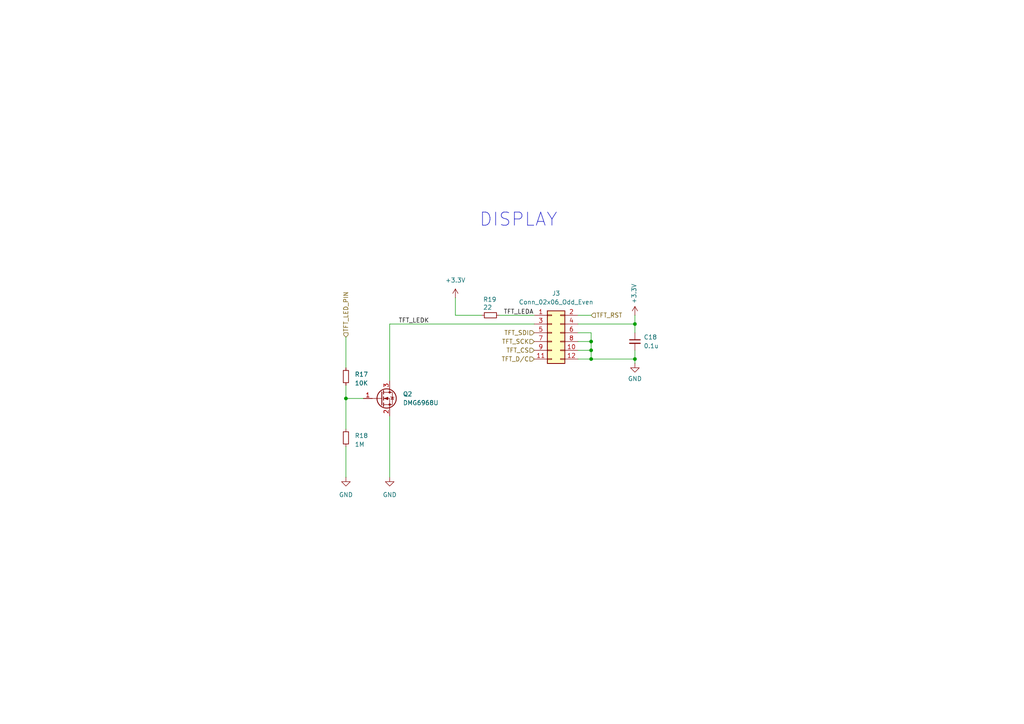
<source format=kicad_sch>
(kicad_sch (version 20231120) (generator "eeschema") (generator_version "8.0")
  (paper "A4")
  (lib_symbols
    (symbol "Connector_Generic:Conn_02x06_Odd_Even" (pin_names (offset 1.016) hide)
      (property "Reference" "J" (at 1.27 7.62 0))
      (property "Value" "Conn_02x06_Odd_Even" (at 1.27 -10.16 0))
      (symbol "Conn_02x06_Odd_Even_1_1"
        (rectangle (start -1.27 -7.493) (end 0 -7.747) (stroke (width 0.1524)))
        (rectangle (start -1.27 -4.953) (end 0 -5.207) (stroke (width 0.1524)))
        (rectangle (start -1.27 -2.413) (end 0 -2.667) (stroke (width 0.1524)))
        (rectangle (start -1.27 0.127) (end 0 -0.127) (stroke (width 0.1524)))
        (rectangle (start -1.27 2.667) (end 0 2.413) (stroke (width 0.1524)))
        (rectangle (start -1.27 5.207) (end 0 4.953) (stroke (width 0.1524)))
        (rectangle (start -1.27 6.35) (end 3.81 -8.89) (stroke (width 0.254)) (fill (type background)))
        (rectangle (start 3.81 -7.493) (end 2.54 -7.747) (stroke (width 0.1524)))
        (rectangle (start 3.81 -4.953) (end 2.54 -5.207) (stroke (width 0.1524)))
        (rectangle (start 3.81 -2.413) (end 2.54 -2.667) (stroke (width 0.1524)))
        (rectangle (start 3.81 0.127) (end 2.54 -0.127) (stroke (width 0.1524)))
        (rectangle (start 3.81 2.667) (end 2.54 2.413) (stroke (width 0.1524)))
        (rectangle (start 3.81 5.207) (end 2.54 4.953) (stroke (width 0.1524)))
        (pin passive line (at -5.08 5.08 0) (length 3.81) (name "Pin_1") (number "1"))
        (pin passive line (at 7.62 -5.08 180) (length 3.81) (name "Pin_10") (number "10"))
        (pin passive line (at -5.08 -7.62 0) (length 3.81) (name "Pin_11") (number "11"))
        (pin passive line (at 7.62 -7.62 180) (length 3.81) (name "Pin_12") (number "12"))
        (pin passive line (at 7.62 5.08 180) (length 3.81) (name "Pin_2") (number "2"))
        (pin passive line (at -5.08 2.54 0) (length 3.81) (name "Pin_3") (number "3"))
        (pin passive line (at 7.62 2.54 180) (length 3.81) (name "Pin_4") (number "4"))
        (pin passive line (at -5.08 0 0) (length 3.81) (name "Pin_5") (number "5"))
        (pin passive line (at 7.62 0 180) (length 3.81) (name "Pin_6") (number "6"))
        (pin passive line (at -5.08 -2.54 0) (length 3.81) (name "Pin_7") (number "7"))
        (pin passive line (at 7.62 -2.54 180) (length 3.81) (name "Pin_8") (number "8"))
        (pin passive line (at -5.08 -5.08 0) (length 3.81) (name "Pin_9") (number "9"))
      )
    )
    (symbol "Device:C_Small" (pin_numbers hide) (pin_names (offset 0.254) hide)
      (property "Reference" "C" (at 0.254 1.778 0))
      (property "Value" "C_Small" (at 0.254 -2.032 0))
      (symbol "C_Small_0_1"
        (polyline (pts (xy -1.524 -0.508) (xy 1.524 -0.508)) (stroke (width 0.3302)))
        (polyline (pts (xy -1.524 0.508) (xy 1.524 0.508)) (stroke (width 0.3048)))
      )
      (symbol "C_Small_1_1"
        (pin passive line (at 0 2.54 270) (length 2.032) (name "~") (number "1"))
        (pin passive line (at 0 -2.54 90) (length 2.032) (name "~") (number "2"))
      )
    )
    (symbol "Device:R_Small" (pin_numbers hide) (pin_names (offset 0.254) hide)
      (property "Reference" "R" (at 0.762 0.508 0))
      (property "Value" "R_Small" (at 0.762 -1.016 0))
      (symbol "R_Small_0_1"
        (rectangle (start -0.762 1.778) (end 0.762 -1.778) (stroke (width 0.2032)))
      )
      (symbol "R_Small_1_1"
        (pin passive line (at 0 2.54 270) (length 0.762) (name "~") (number "1"))
        (pin passive line (at 0 -2.54 90) (length 0.762) (name "~") (number "2"))
      )
    )
    (symbol "Transistor_FET:DMG2302U" (pin_names hide)
      (property "Reference" "Q" (at 5.08 1.905 0))
      (property "Value" "DMG2302U" (at 5.08 0 0))
      (symbol "DMG2302U_0_1"
        (polyline (pts (xy 0.254 0) (xy -2.54 0)))
        (polyline (pts (xy 0.254 1.905) (xy 0.254 -1.905)) (stroke (width 0.254)))
        (polyline (pts (xy 0.762 -1.27) (xy 0.762 -2.286)) (stroke (width 0.254)))
        (polyline (pts (xy 0.762 0.508) (xy 0.762 -0.508)) (stroke (width 0.254)))
        (polyline (pts (xy 0.762 2.286) (xy 0.762 1.27)) (stroke (width 0.254)))
        (polyline (pts (xy 2.54 2.54) (xy 2.54 1.778)))
        (polyline (pts (xy 2.54 -2.54) (xy 2.54 0) (xy 0.762 0)))
        (polyline (pts (xy 0.762 -1.778) (xy 3.302 -1.778) (xy 3.302 1.778) (xy 0.762 1.778)))
        (polyline (pts (xy 1.016 0) (xy 2.032 0.381) (xy 2.032 -0.381) (xy 1.016 0)) (fill (type outline)))
        (polyline (pts (xy 2.794 0.508) (xy 2.921 0.381) (xy 3.683 0.381) (xy 3.81 0.254)))
        (polyline (pts (xy 3.302 0.381) (xy 2.921 -0.254) (xy 3.683 -0.254) (xy 3.302 0.381)))
        (circle (center 1.651 0) (radius 2.794) (stroke (width 0.254)))
        (circle (center 2.54 -1.778) (radius 0.254) (fill (type outline)))
        (circle (center 2.54 1.778) (radius 0.254) (fill (type outline)))
      )
      (symbol "DMG2302U_1_1"
        (pin input line (at -5.08 0 0) (length 2.54) (name "G") (number "1"))
        (pin passive line (at 2.54 -5.08 90) (length 2.54) (name "S") (number "2"))
        (pin passive line (at 2.54 5.08 270) (length 2.54) (name "D") (number "3"))
      )
    )
    (symbol "power:+3.3V" (power) (pin_numbers hide) (pin_names (offset 0) hide)
      (property "Value" "+3.3V" (at 0 3.556 0))
      (symbol "+3.3V_0_1"
        (polyline (pts (xy -0.762 1.27) (xy 0 2.54)))
        (polyline (pts (xy 0 0) (xy 0 2.54)))
        (polyline (pts (xy 0 2.54) (xy 0.762 1.27)))
      )
      (symbol "+3.3V_1_1"
        (pin power_in line (at 0 0 90) (length 0) (name "~") (number "1"))
      )
    )
    (symbol "power:GND" (power) (pin_numbers hide) (pin_names (offset 0) hide)
      (property "Value" "GND" (at 0 -3.81 0))
      (symbol "GND_0_1"
        (polyline (pts (xy 0 0) (xy 0 -1.27) (xy 1.27 -1.27) (xy 0 -2.54) (xy -1.27 -1.27) (xy 0 -1.27)))
      )
      (symbol "GND_1_1"
        (pin power_in line (at 0 0 270) (length 0) (name "~") (number "1"))
      )
    )
  )
  (junction (at 184.15 104.14))
  (junction (at 171.45 99.06))
  (junction (at 100.33 115.57))
  (junction (at 171.45 101.6))
  (junction (at 184.15 93.98))
  (junction (at 171.45 104.14))
  (wire (pts (xy 171.45 104.14) (xy 184.15 104.14)))
  (wire (pts (xy 184.15 93.98) (xy 184.15 96.52)))
  (wire (pts (xy 113.03 120.65) (xy 113.03 138.43)))
  (wire (pts (xy 100.33 115.57) (xy 105.41 115.57)))
  (wire (pts (xy 100.33 115.57) (xy 100.33 124.46)))
  (wire (pts (xy 100.33 97.79) (xy 100.33 106.68)))
  (wire (pts (xy 171.45 101.6) (xy 171.45 104.14)))
  (wire (pts (xy 154.94 93.98) (xy 113.03 93.98)))
  (wire (pts (xy 167.64 93.98) (xy 184.15 93.98)))
  (wire (pts (xy 171.45 96.52) (xy 171.45 99.06)))
  (wire (pts (xy 132.08 86.36) (xy 132.08 91.44)))
  (wire (pts (xy 171.45 99.06) (xy 171.45 101.6)))
  (wire (pts (xy 113.03 93.98) (xy 113.03 110.49)))
  (wire (pts (xy 184.15 104.14) (xy 184.15 105.41)))
  (wire (pts (xy 184.15 101.6) (xy 184.15 104.14)))
  (wire (pts (xy 167.64 101.6) (xy 171.45 101.6)))
  (wire (pts (xy 167.64 96.52) (xy 171.45 96.52)))
  (wire (pts (xy 100.33 129.54) (xy 100.33 138.43)))
  (wire (pts (xy 132.08 91.44) (xy 139.7 91.44)))
  (wire (pts (xy 184.15 91.44) (xy 184.15 93.98)))
  (wire (pts (xy 167.64 99.06) (xy 171.45 99.06)))
  (wire (pts (xy 167.64 104.14) (xy 171.45 104.14)))
  (wire (pts (xy 100.33 111.76) (xy 100.33 115.57)))
  (wire (pts (xy 167.64 91.44) (xy 171.45 91.44)))
  (wire (pts (xy 144.78 91.44) (xy 154.94 91.44)))
  (text "DISPLAY\n" (at 138.938 66.04 0) (effects (font (size 3.81 3.81)) (justify left bottom)))
  (label "TFT_LEDA" (at 146.05 91.44 0))
  (label "TFT_LEDK" (at 115.57 93.98 0))
  (hierarchical_label "TFT_SCK" (shape input) (at 154.94 99.06 180))
  (hierarchical_label "TFT_SDI" (shape input) (at 154.94 96.52 180))
  (hierarchical_label "TFT_D{slash}C" (shape input) (at 154.94 104.14 180))
  (hierarchical_label "TFT_RST" (shape input) (at 171.45 91.44 0))
  (hierarchical_label "TFT_CS" (shape input) (at 154.94 101.6 180))
  (hierarchical_label "TFT_LED_PIN" (shape input) (at 100.33 97.79 90))
  (symbol (lib_id "power:+3.3V") (at 132.08 86.36 0) (unit 1)
    (property "Reference" "#PWR032" (effects (hide yes)))
    (property "Value" "+3.3V" (at 132.08 81.28 0))
    (property "Description" "Power symbol creates a global label with name \"+3.3V\"" (effects (hide yes)))
  )
  (symbol (lib_id "Device:C_Small") (at 184.15 99.06 0) (unit 1)
    (property "Reference" "C18" (at 186.69 97.7962 0) (effects (justify left)))
    (property "Value" "0.1u" (at 186.69 100.3362 0) (effects (justify left)))
    (property "Footprint" "Capacitor_SMD:C_0603_1608Metric" (effects (hide yes)))
    (property "Description" "Unpolarized capacitor, small symbol" (effects (hide yes)))
  )
  (symbol (lib_id "Device:R_Small") (at 100.33 109.22 0) (unit 1)
    (property "Reference" "R17" (at 102.87 108.585 0) (effects (justify left)))
    (property "Value" "10K" (at 102.87 111.125 0) (effects (justify left)))
    (property "Footprint" "Resistor_SMD:R_0402_1005Metric" (effects (hide yes)))
    (property "Description" "Resistor, small symbol" (effects (hide yes)))
  )
  (symbol (lib_id "power:GND") (at 184.15 105.41 0) (unit 1)
    (property "Reference" "#PWR010" (effects (hide yes)))
    (property "Value" "GND" (at 184.15 109.855 0))
    (property "Description" "Power symbol creates a global label with name \"GND\" , ground" (effects (hide yes)))
  )
  (symbol (lib_id "power:+3.3V") (at 184.15 91.44 0) (unit 1)
    (property "Reference" "#PWR078" (effects (hide yes)))
    (property "Value" "+3.3V" (at 183.896 88.138 90) (effects (justify left)))
    (property "Description" "Power symbol creates a global label with name \"+3.3V\"" (effects (hide yes)))
  )
  (symbol (lib_id "Connector_Generic:Conn_02x06_Odd_Even") (at 160.02 96.52 0) (unit 1)
    (property "Reference" "J3" (at 161.29 85.09 0))
    (property "Value" "Conn_02x06_Odd_Even" (at 161.29 87.63 0))
    (property "Footprint" "Connector_PinHeader_1.27mm:PinHeader_2x06_P1.27mm_Vertical" (effects (hide yes)))
    (property "Description" "Generic connector, double row, 02x06, odd/even pin numbering scheme (row 1 odd numbers, row 2 even numbers), script generated (kicad-library-utils/schlib/autogen/connector/)" (effects (hide yes)))
  )
  (symbol (lib_id "power:GND") (at 113.03 138.43 0) (unit 1)
    (property "Reference" "#PWR028" (effects (hide yes)))
    (property "Value" "GND" (at 113.03 143.51 0))
    (property "Description" "Power symbol creates a global label with name \"GND\" , ground" (effects (hide yes)))
  )
  (symbol (lib_id "power:GND") (at 100.33 138.43 0) (unit 1)
    (property "Reference" "#PWR027" (effects (hide yes)))
    (property "Value" "GND" (at 100.33 143.51 0))
    (property "Description" "Power symbol creates a global label with name \"GND\" , ground" (effects (hide yes)))
  )
  (symbol (lib_id "Transistor_FET:DMG2302U") (at 110.49 115.57 0) (unit 1)
    (property "Reference" "Q2" (at 116.84 114.2999 0) (effects (justify left)))
    (property "Value" "DMG6968U" (at 116.84 116.8399 0) (effects (justify left)))
    (property "Footprint" "Package_TO_SOT_SMD:SOT-23" (effects (hide yes)))
    (property "Datasheet" "http://www.diodes.com/assets/Datasheets/DMG2302U.pdf" (effects (hide yes)))
    (property "Description" "4.2A Id, 20V Vds, N-Channel MOSFET, SOT-23" (effects (hide yes)))
  )
  (symbol (lib_id "Device:R_Small") (at 100.33 127 0) (unit 1)
    (property "Reference" "R18" (at 102.87 126.365 0) (effects (justify left)))
    (property "Value" "1M" (at 102.87 128.905 0) (effects (justify left)))
    (property "Footprint" "Resistor_SMD:R_0402_1005Metric" (effects (hide yes)))
    (property "Description" "Resistor, small symbol" (effects (hide yes)))
  )
  (symbol (lib_id "Device:R_Small") (at 142.24 91.44 270) (unit 1)
    (property "Reference" "R19" (at 144.018 86.868 90) (effects (justify right)))
    (property "Value" "22" (at 142.748 89.154 90) (effects (justify right)))
    (property "Footprint" "Resistor_SMD:R_0402_1005Metric" (effects (hide yes)))
    (property "Description" "Resistor, small symbol" (effects (hide yes)))
  )
)
</source>
